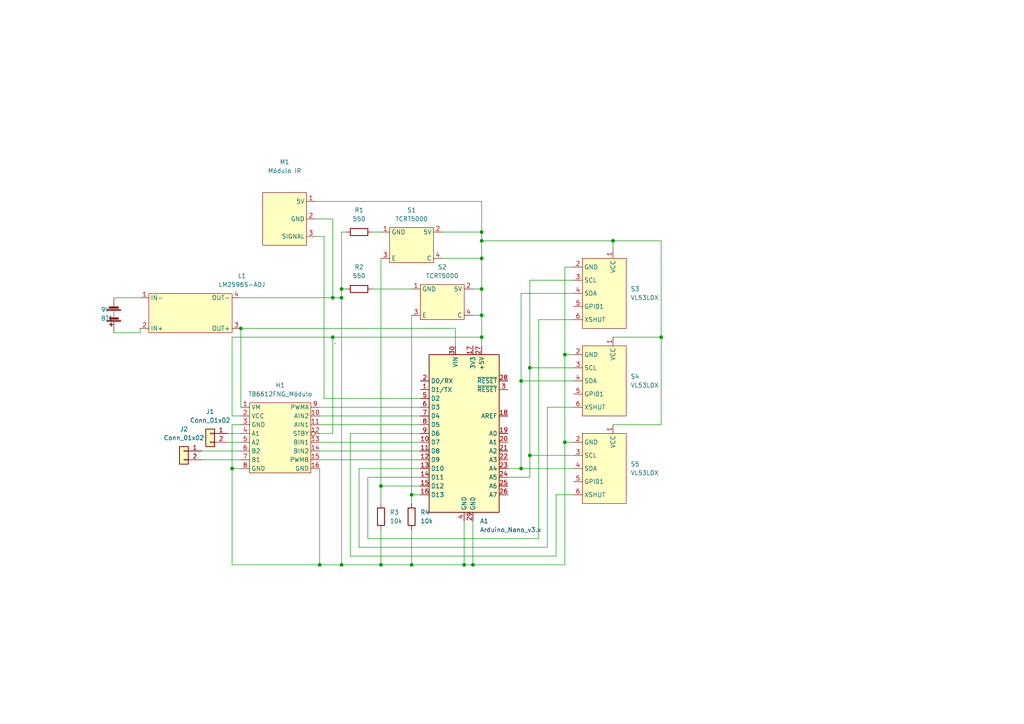
<source format=kicad_sch>
(kicad_sch (version 20211123) (generator eeschema)
  (paper "A4")
  (title_block (title "sumô 500g") (date "2022-06-07") (rev "4") (company "PET elétrica") (comment 1 "Erik Chagas Rozal") (comment 2 "Giulia Marcela de Sena Faria") (comment 3 "Lucas Borges Maia") (comment 4 "Lucas Maxwel Fernandes Sales Medeiros"))
  (lib_symbols
    (symbol "BIBLIOTECA:LM2596S-ADJ"
      (property "Reference" "L" (at 0 -8.89 0))
      (property "Value" "LM2596S-ADJ" (at 0 7.62 0))
      (symbol "LM2596S-ADJ_0_1"
        (rectangle (start -11.43 5.08) (end 12.7 -6.2484) (fill (type background)))
        (rectangle (start 42.5704 8.2296) (end 42.5704 8.2296))
        (rectangle (start 42.5704 8.2296) (end 42.5704 8.2296))
        (rectangle (start 42.5704 8.2296) (end 42.5704 8.2296))
        (rectangle (start 42.5704 8.2296) (end 42.5704 8.2296))
        (rectangle (start 42.5704 8.2296) (end 42.5704 8.2296))
      )
      (symbol "LM2596S-ADJ_1_1"
        (pin passive line (at -13.97 -5.08 0) (length 2.54) (name "IN-") (number "1"))
        (pin power_in line (at -13.97 3.81 0) (length 2.54) (name "IN+") (number "2"))
        (pin power_out line (at 15.24 3.81 180) (length 2.54) (name "OUT+") (number "3"))
        (pin power_out line (at 15.24 -5.08 180) (length 2.54) (name "OUT-") (number "4"))
      )
    )
    (symbol "BIBLIOTECA:Módulo IR"
      (property "Reference" "M" (at 7.62 -7.62 0))
      (property "Value" "Módulo IR" (at 0 7.62 0))
      (symbol "Módulo IR_0_1"
        (rectangle (start -7.62 6.35) (end -7.62 6.35))
        (rectangle (start -7.62 6.35) (end 7.62 -6.35) (fill (type background)))
        (rectangle (start 11.43 -6.35) (end 11.43 -6.35))
      )
      (symbol "Módulo IR_1_1"
        (pin power_in line (at 5.08 -8.89 90) (length 2.54) (name "5V") (number "1"))
        (pin power_in line (at 0 -8.89 90) (length 2.54) (name "GND") (number "2"))
        (pin output line (at -5.08 -8.89 90) (length 2.54) (name "SIGNAL") (number "3"))
      )
    )
    (symbol "Connector_Generic:Conn_01x02" (pin_names (offset 1.016) hide)
      (property "Reference" "J" (at 0 2.54 0))
      (property "Value" "Conn_01x02" (at 0 -5.08 0))
      (symbol "Conn_01x02_1_1"
        (rectangle (start -1.27 -2.413) (end 0 -2.667) (stroke (width 0.1524)))
        (rectangle (start -1.27 0.127) (end 0 -0.127) (stroke (width 0.1524)))
        (rectangle (start -1.27 1.27) (end 1.27 -3.81) (stroke (width 0.254)) (fill (type background)))
        (pin passive line (at -5.08 0 0) (length 3.81) (name "Pin_1") (number "1"))
        (pin passive line (at -5.08 -2.54 0) (length 3.81) (name "Pin_2") (number "2"))
      )
    )
    (symbol "Device:Battery" (pin_numbers hide) (pin_names (offset 0) hide)
      (property "Reference" "BT1" (at 3.81 0.8891 0))
      (property "Value" "9V" (at 3.81 -1.6509 0))
      (symbol "Battery_0_1"
        (rectangle (start -2.032 -1.397) (end 2.032 -1.651) (fill (type outline)))
        (rectangle (start -2.032 1.778) (end 2.032 1.524) (fill (type outline)))
        (rectangle (start -1.3208 -1.9812) (end 1.27 -2.4892) (fill (type outline)))
        (rectangle (start -1.3208 1.1938) (end 1.27 0.6858) (fill (type outline)))
        (polyline (pts (xy 0 -1.524) (xy 0 -1.27)))
        (polyline (pts (xy 0 -1.016) (xy 0 -0.762)))
        (polyline (pts (xy 0 -0.508) (xy 0 -0.254)))
        (polyline (pts (xy 0 0) (xy 0 0.254)))
        (polyline (pts (xy 0 0.508) (xy 0 0.762)))
        (polyline (pts (xy 0 1.778) (xy 0 2.54)))
        (polyline (pts (xy 0.254 2.667) (xy 1.27 2.667)) (stroke (width 0.254)))
        (polyline (pts (xy 0.762 3.175) (xy 0.762 2.159)) (stroke (width 0.254)))
      )
      (symbol "Battery_1_1"
        (pin power_out line (at 0 5.08 270) (length 2.54) (name "+") (number "1"))
        (pin power_out line (at 0 -5.08 90) (length 2.54) (name "-") (number "2"))
      )
    )
    (symbol "Device:R" (pin_numbers hide) (pin_names (offset 0))
      (property "Reference" "R" (at 2.032 0 90))
      (property "Value" "R" (at 0 0 90))
      (symbol "R_0_1"
        (rectangle (start -1.016 -2.54) (end 1.016 2.54) (stroke (width 0.254)))
      )
      (symbol "R_1_1"
        (pin passive line (at 0 3.81 270) (length 1.27) (name "~") (number "1"))
        (pin passive line (at 0 -3.81 90) (length 1.27) (name "~") (number "2"))
      )
    )
    (symbol "MCU_Module:Arduino_Nano_v3.x"
      (property "Reference" "A" (at -10.16 23.495 0))
      (property "Value" "Arduino_Nano_v3.x" (at 5.08 -24.13 0))
      (symbol "Arduino_Nano_v3.x_0_1"
        (rectangle (start -10.16 22.86) (end 10.16 -22.86) (stroke (width 0.254)) (fill (type background)))
      )
      (symbol "Arduino_Nano_v3.x_1_1"
        (pin bidirectional line (at -12.7 12.7 0) (length 2.54) (name "D1/TX") (number "1"))
        (pin bidirectional line (at -12.7 -2.54 0) (length 2.54) (name "D7") (number "10"))
        (pin bidirectional line (at -12.7 -5.08 0) (length 2.54) (name "D8") (number "11"))
        (pin bidirectional line (at -12.7 -7.62 0) (length 2.54) (name "D9") (number "12"))
        (pin bidirectional line (at -12.7 -10.16 0) (length 2.54) (name "D10") (number "13"))
        (pin bidirectional line (at -12.7 -12.7 0) (length 2.54) (name "D11") (number "14"))
        (pin bidirectional line (at -12.7 -15.24 0) (length 2.54) (name "D12") (number "15"))
        (pin bidirectional line (at -12.7 -17.78 0) (length 2.54) (name "D13") (number "16"))
        (pin power_out line (at 2.54 25.4 270) (length 2.54) (name "3V3") (number "17"))
        (pin input line (at 12.7 5.08 180) (length 2.54) (name "AREF") (number "18"))
        (pin bidirectional line (at 12.7 0 180) (length 2.54) (name "A0") (number "19"))
        (pin bidirectional line (at -12.7 15.24 0) (length 2.54) (name "D0/RX") (number "2"))
        (pin bidirectional line (at 12.7 -2.54 180) (length 2.54) (name "A1") (number "20"))
        (pin bidirectional line (at 12.7 -5.08 180) (length 2.54) (name "A2") (number "21"))
        (pin bidirectional line (at 12.7 -7.62 180) (length 2.54) (name "A3") (number "22"))
        (pin bidirectional line (at 12.7 -10.16 180) (length 2.54) (name "A4") (number "23"))
        (pin bidirectional line (at 12.7 -12.7 180) (length 2.54) (name "A5") (number "24"))
        (pin bidirectional line (at 12.7 -15.24 180) (length 2.54) (name "A6") (number "25"))
        (pin bidirectional line (at 12.7 -17.78 180) (length 2.54) (name "A7") (number "26"))
        (pin power_out line (at 5.08 25.4 270) (length 2.54) (name "+5V") (number "27"))
        (pin input line (at 12.7 15.24 180) (length 2.54) (name "~{RESET}") (number "28"))
        (pin power_in line (at 2.54 -25.4 90) (length 2.54) (name "GND") (number "29"))
        (pin input line (at 12.7 12.7 180) (length 2.54) (name "~{RESET}") (number "3"))
        (pin power_in line (at -2.54 25.4 270) (length 2.54) (name "VIN") (number "30"))
        (pin power_in line (at 0 -25.4 90) (length 2.54) (name "GND") (number "4"))
        (pin bidirectional line (at -12.7 10.16 0) (length 2.54) (name "D2") (number "5"))
        (pin bidirectional line (at -12.7 7.62 0) (length 2.54) (name "D3") (number "6"))
        (pin bidirectional line (at -12.7 5.08 0) (length 2.54) (name "D4") (number "7"))
        (pin bidirectional line (at -12.7 2.54 0) (length 2.54) (name "D5") (number "8"))
        (pin bidirectional line (at -12.7 0 0) (length 2.54) (name "D6") (number "9"))
      )
    )
    (symbol "PET_Sumo_0:TB6612FNG_Módulo"
      (property "Reference" "H" (at 0 -13.97 0))
      (property "Value" "TB6612FNG_Módulo" (at 0 8.89 0))
      (symbol "TB6612FNG_Módulo_0_1"
        (rectangle (start -8.89 7.62) (end 8.89 -12.7) (fill (type background)))
      )
      (symbol "TB6612FNG_Módulo_1_1"
        (pin power_in line (at 11.43 6.35 180) (length 2.54) (name "VM") (number "1"))
        (pin input line (at -11.43 3.81 0) (length 2.54) (name "AIN2") (number "10"))
        (pin input line (at -11.43 1.27 0) (length 2.54) (name "AIN1") (number "11"))
        (pin input inverted (at -11.43 -1.27 0) (length 2.54) (name "STBY") (number "12"))
        (pin input line (at -11.43 -3.81 0) (length 2.54) (name "BIN1") (number "13"))
        (pin input line (at -11.43 -6.35 0) (length 2.54) (name "BIN2") (number "14"))
        (pin input line (at -11.43 -8.89 0) (length 2.54) (name "PWMB") (number "15"))
        (pin passive line (at -11.43 -11.43 0) (length 2.54) (name "GND") (number "16"))
        (pin power_in line (at 11.43 3.81 180) (length 2.54) (name "VCC") (number "2"))
        (pin passive line (at 11.43 1.27 180) (length 2.54) (name "GND") (number "3"))
        (pin power_out line (at 11.43 -1.27 180) (length 2.54) (name "A1") (number "4"))
        (pin power_out line (at 11.43 -3.81 180) (length 2.54) (name "A2") (number "5"))
        (pin power_out line (at 11.43 -6.35 180) (length 2.54) (name "B2") (number "6"))
        (pin power_out line (at 11.43 -8.89 180) (length 2.54) (name "B1") (number "7"))
        (pin passive line (at 11.43 -11.43 180) (length 2.54) (name "GND") (number "8"))
        (pin input line (at -11.43 6.35 0) (length 2.54) (name "PWMA") (number "9"))
      )
    )
    (symbol "PET_Sumo_0:TCRT5000"
      (property "Reference" "S" (at 0 -7.62 0))
      (property "Value" "TCRT5000" (at 0 5.08 0))
      (symbol "TCRT5000_0_1"
        (rectangle (start 6.35 3.81) (end -6.35 -6.35) (fill (type background)))
      )
      (symbol "TCRT5000_1_1"
        (pin passive line (at 8.89 -5.08 180) (length 2.54) (name "GND") (number "1"))
        (pin power_in line (at -8.89 -5.08 0) (length 2.54) (name "5V") (number "2"))
        (pin output line (at 8.89 2.54 180) (length 2.54) (name "E") (number "3"))
        (pin input line (at -8.89 2.54 0) (length 2.54) (name "C") (number "4"))
      )
    )
    (symbol "PET_Sumo_0:VL53L0X"
      (property "Reference" "S" (at 0 -10.16 0))
      (property "Value" "VL53L0X" (at 0 -7.62 0))
      (symbol "VL53L0X_0_1"
        (rectangle (start -6.35 13.97) (end 6.35 -6.35) (fill (type background)))
      )
      (symbol "VL53L0X_1_1"
        (pin power_in line (at 2.54 16.51 270) (length 2.54) (name "VCC") (number "1"))
        (pin passive line (at -8.89 11.43 0) (length 2.54) (name "GND") (number "2"))
        (pin input line (at -8.89 7.62 0) (length 2.54) (name "SCL") (number "3"))
        (pin bidirectional line (at -8.89 3.81 0) (length 2.54) (name "SDA") (number "4"))
        (pin passive line (at -8.89 0 0) (length 2.54) (name "GPI01") (number "5"))
        (pin input line (at -8.89 -3.81 0) (length 2.54) (name "XSHUT") (number "6"))
      )
    )
    (symbol "TCRT5000_1"
      (property "Reference" "S" (at 0 -7.62 0))
      (property "Value" "TCRT5000_1" (at 0 5.08 0))
      (symbol "TCRT5000_1_0_1"
        (rectangle (start 6.35 3.81) (end -6.35 -6.35) (fill (type background)))
      )
      (symbol "TCRT5000_1_1_1"
        (pin passive line (at 8.89 -5.08 180) (length 2.54) (name "GND") (number "1"))
        (pin power_in line (at -8.89 -5.08 0) (length 2.54) (name "5V") (number "2"))
        (pin output line (at 8.89 2.54 180) (length 2.54) (name "E") (number "3"))
        (pin input line (at -8.89 2.54 0) (length 2.54) (name "C") (number "4"))
      )
    )
  )
  (junction (at 96.52 97.79))
  (junction (at 119.38 143.51))
  (junction (at 67.31 135.89))
  (junction (at 134.62 163.83))
  (junction (at 96.52 86.36))
  (junction (at 119.38 163.83))
  (junction (at 163.83 128.27))
  (junction (at 177.8 69.85))
  (junction (at 139.7 69.85))
  (junction (at 99.06 86.36))
  (junction (at 153.67 132.08))
  (junction (at 92.71 163.83))
  (junction (at 110.49 163.83))
  (junction (at 110.49 140.97))
  (junction (at 69.85 95.25))
  (junction (at 139.7 91.44))
  (junction (at 99.06 83.82))
  (junction (at 151.13 135.89))
  (junction (at 139.7 67.31))
  (junction (at 139.7 74.93))
  (junction (at 163.83 102.87))
  (junction (at 153.67 106.68))
  (junction (at 139.7 97.79))
  (junction (at 191.77 97.79))
  (junction (at 99.06 163.83))
  (junction (at 137.16 163.83))
  (junction (at 139.7 83.82))
  (junction (at 151.13 110.49))
  (wire (pts (xy 139.7 58.42) (xy 139.7 67.31)))
  (wire (pts (xy 106.68 156.21) (xy 106.68 138.43)))
  (wire (pts (xy 158.75 118.11) (xy 158.75 158.75)))
  (wire (pts (xy 177.8 97.79) (xy 191.77 97.79)))
  (wire (pts (xy 67.31 163.83) (xy 92.71 163.83)))
  (wire (pts (xy 163.83 77.47) (xy 163.83 102.87)))
  (wire (pts (xy 147.32 138.43) (xy 153.67 138.43)))
  (wire (pts (xy 139.7 67.31) (xy 139.7 69.85)))
  (wire (pts (xy 119.38 163.83) (xy 110.49 163.83)))
  (wire (pts (xy 134.62 151.13) (xy 134.62 163.83)))
  (wire (pts (xy 163.83 102.87) (xy 163.83 128.27)))
  (wire (pts (xy 67.31 123.19) (xy 67.31 135.89)))
  (wire (pts (xy 139.7 91.44) (xy 139.7 97.79)))
  (wire (pts (xy 101.6 125.73) (xy 101.6 161.29)))
  (wire (pts (xy 58.42 130.81) (xy 69.85 130.81)))
  (wire (pts (xy 134.62 163.83) (xy 119.38 163.83)))
  (wire (pts (xy 33.02 96.52) (xy 40.64 96.52)))
  (wire (pts (xy 58.42 133.35) (xy 69.85 133.35)))
  (wire (pts (xy 40.64 95.25) (xy 40.64 96.52)))
  (wire (pts (xy 107.95 83.82) (xy 119.38 83.82)))
  (wire (pts (xy 99.06 86.36) (xy 99.06 163.83)))
  (wire (pts (xy 128.27 67.31) (xy 139.7 67.31)))
  (wire (pts (xy 99.06 67.31) (xy 99.06 83.82)))
  (wire (pts (xy 163.83 128.27) (xy 163.83 163.83)))
  (wire (pts (xy 139.7 69.85) (xy 139.7 74.93)))
  (wire (pts (xy 69.85 95.25) (xy 69.85 118.11)))
  (wire (pts (xy 96.52 63.5) (xy 96.52 86.36)))
  (wire (pts (xy 158.75 158.75) (xy 104.14 158.75)))
  (wire (pts (xy 119.38 143.51) (xy 119.38 146.05)))
  (wire (pts (xy 151.13 110.49) (xy 151.13 135.89)))
  (wire (pts (xy 158.75 118.11) (xy 166.37 118.11)))
  (wire (pts (xy 66.04 125.73) (xy 69.85 125.73)))
  (wire (pts (xy 166.37 143.51) (xy 161.29 143.51)))
  (wire (pts (xy 96.52 97.79) (xy 139.7 97.79)))
  (wire (pts (xy 139.7 97.79) (xy 139.7 100.33)))
  (wire (pts (xy 104.14 135.89) (xy 121.92 135.89)))
  (wire (pts (xy 96.52 86.36) (xy 99.06 86.36)))
  (wire (pts (xy 128.27 74.93) (xy 139.7 74.93)))
  (wire (pts (xy 99.06 83.82) (xy 99.06 86.36)))
  (wire (pts (xy 153.67 106.68) (xy 153.67 132.08)))
  (wire (pts (xy 100.33 67.31) (xy 99.06 67.31)))
  (wire (pts (xy 119.38 153.67) (xy 119.38 163.83)))
  (wire (pts (xy 93.98 68.58) (xy 93.98 115.57)))
  (wire (pts (xy 69.85 95.25) (xy 132.08 95.25)))
  (wire (pts (xy 161.29 143.51) (xy 161.29 161.29)))
  (wire (pts (xy 177.8 123.19) (xy 191.77 123.19)))
  (wire (pts (xy 153.67 132.08) (xy 153.67 138.43)))
  (wire (pts (xy 92.71 133.35) (xy 121.92 133.35)))
  (wire (pts (xy 139.7 74.93) (xy 139.7 83.82)))
  (wire (pts (xy 121.92 143.51) (xy 119.38 143.51)))
  (wire (pts (xy 161.29 161.29) (xy 101.6 161.29)))
  (wire (pts (xy 153.67 106.68) (xy 166.37 106.68)))
  (wire (pts (xy 104.14 158.75) (xy 104.14 135.89)))
  (wire (pts (xy 151.13 85.09) (xy 151.13 110.49)))
  (wire (pts (xy 137.16 83.82) (xy 139.7 83.82)))
  (wire (pts (xy 92.71 118.11) (xy 121.92 118.11)))
  (wire (pts (xy 92.71 120.65) (xy 121.92 120.65)))
  (wire (pts (xy 92.71 125.73) (xy 96.52 125.73)))
  (wire (pts (xy 137.16 163.83) (xy 137.16 151.13)))
  (wire (pts (xy 153.67 132.08) (xy 166.37 132.08)))
  (wire (pts (xy 93.98 115.57) (xy 121.92 115.57)))
  (wire (pts (xy 67.31 120.65) (xy 67.31 97.79)))
  (wire (pts (xy 139.7 83.82) (xy 139.7 91.44)))
  (wire (pts (xy 33.02 86.36) (xy 40.64 86.36)))
  (wire (pts (xy 137.16 91.44) (xy 139.7 91.44)))
  (wire (pts (xy 92.71 128.27) (xy 121.92 128.27)))
  (wire (pts (xy 153.67 81.28) (xy 166.37 81.28)))
  (wire (pts (xy 110.49 163.83) (xy 99.06 163.83)))
  (wire (pts (xy 163.83 102.87) (xy 166.37 102.87)))
  (wire (pts (xy 156.21 92.71) (xy 156.21 156.21)))
  (wire (pts (xy 101.6 125.73) (xy 121.92 125.73)))
  (wire (pts (xy 153.67 81.28) (xy 153.67 106.68)))
  (wire (pts (xy 110.49 153.67) (xy 110.49 163.83)))
  (wire (pts (xy 151.13 85.09) (xy 166.37 85.09)))
  (wire (pts (xy 91.44 63.5) (xy 96.52 63.5)))
  (wire (pts (xy 92.71 163.83) (xy 99.06 163.83)))
  (wire (pts (xy 69.85 135.89) (xy 67.31 135.89)))
  (wire (pts (xy 107.95 67.31) (xy 110.49 67.31)))
  (wire (pts (xy 96.52 125.73) (xy 96.52 97.79)))
  (wire (pts (xy 132.08 100.33) (xy 132.08 95.25)))
  (wire (pts (xy 191.77 69.85) (xy 191.77 97.79)))
  (wire (pts (xy 66.04 128.27) (xy 69.85 128.27)))
  (wire (pts (xy 67.31 135.89) (xy 67.31 163.83)))
  (wire (pts (xy 69.85 86.36) (xy 96.52 86.36)))
  (wire (pts (xy 67.31 97.79) (xy 96.52 97.79)))
  (wire (pts (xy 110.49 140.97) (xy 110.49 146.05)))
  (wire (pts (xy 92.71 135.89) (xy 92.71 163.83)))
  (wire (pts (xy 92.71 123.19) (xy 121.92 123.19)))
  (wire (pts (xy 163.83 163.83) (xy 137.16 163.83)))
  (wire (pts (xy 139.7 69.85) (xy 177.8 69.85)))
  (wire (pts (xy 110.49 74.93) (xy 110.49 140.97)))
  (wire (pts (xy 151.13 110.49) (xy 166.37 110.49)))
  (wire (pts (xy 92.71 130.81) (xy 121.92 130.81)))
  (wire (pts (xy 177.8 69.85) (xy 191.77 69.85)))
  (wire (pts (xy 139.7 58.42) (xy 91.44 58.42)))
  (wire (pts (xy 119.38 91.44) (xy 119.38 143.51)))
  (wire (pts (xy 151.13 135.89) (xy 166.37 135.89)))
  (wire (pts (xy 69.85 120.65) (xy 67.31 120.65)))
  (wire (pts (xy 99.06 83.82) (xy 100.33 83.82)))
  (wire (pts (xy 106.68 138.43) (xy 121.92 138.43)))
  (wire (pts (xy 147.32 135.89) (xy 151.13 135.89)))
  (wire (pts (xy 93.98 68.58) (xy 91.44 68.58)))
  (wire (pts (xy 69.85 123.19) (xy 67.31 123.19)))
  (wire (pts (xy 134.62 163.83) (xy 137.16 163.83)))
  (wire (pts (xy 163.83 128.27) (xy 166.37 128.27)))
  (wire (pts (xy 163.83 77.47) (xy 166.37 77.47)))
  (wire (pts (xy 177.8 69.85) (xy 177.8 72.39)))
  (wire (pts (xy 156.21 92.71) (xy 166.37 92.71)))
  (wire (pts (xy 191.77 97.79) (xy 191.77 123.19)))
  (wire (pts (xy 121.92 140.97) (xy 110.49 140.97)))
  (wire (pts (xy 156.21 156.21) (xy 106.68 156.21)))
  (symbol (lib_id "Device:R") (at 104.14 67.31 90) (unit 1)
    (property "Reference" "R1" (at 104.14 60.96 90))
    (property "Value" "550" (at 104.14 63.5 90))
    (property "Footprint" "Resistor_THT:R_Axial_DIN0207_L6.3mm_D2.5mm_P15.24mm_Horizontal" (effects hide))
  )
  (symbol (lib_id "Device:R") (at 110.49 149.86 0) (unit 1)
    (property "Reference" "R3" (at 113.03 148.5899 0) (effects (justify left)))
    (property "Value" "10k" (at 113.03 151.1299 0) (effects (justify left)))
    (property "Footprint" "Resistor_THT:R_Axial_DIN0207_L6.3mm_D2.5mm_P15.24mm_Horizontal" (effects hide))
  )
  (symbol (lib_id "Device:Battery") (at 33.02 91.44 180) (unit 1)
    (property "Reference" "BT1" (at 29.21 92.3291 0) (effects (justify right)))
    (property "Value" "9V" (at 29.21 89.7891 0) (effects (justify right)))
    (property "Footprint" "Connector_PinHeader_2.54mm:PinHeader_1x02_P2.54mm_Vertical" (effects hide))
  )
  (symbol (lib_id "Connector_Generic:Conn_01x02") (at 60.96 125.73 0) (mirror y) (unit 1)
    (property "Reference" "J1" (at 60.96 119.38 0))
    (property "Value" "Conn_01x02" (at 60.96 121.92 0))
    (property "Footprint" "Connector_PinHeader_2.54mm:PinHeader_1x02_P2.54mm_Vertical" (effects hide))
  )
  (symbol (lib_id "Device:R") (at 104.14 83.82 90) (unit 1)
    (property "Reference" "R2" (at 104.14 77.47 90))
    (property "Value" "550" (at 104.14 80.01 90))
    (property "Footprint" "Resistor_THT:R_Axial_DIN0207_L6.3mm_D2.5mm_P15.24mm_Horizontal" (effects hide))
  )
  (symbol (lib_id "BIBLIOTECA:Módulo IR") (at 82.55 63.5 90) (unit 1)
    (property "Reference" "M1" (at 82.55 46.99 90))
    (property "Value" "Módulo IR" (at 82.55 49.53 90))
    (property "Footprint" "Connector_PinHeader_2.54mm:PinHeader_1x03_P2.54mm_Vertical" (effects hide))
  )
  (symbol (lib_id "PET_Sumo_0:VL53L0X") (at 175.26 114.3 0) (unit 1)
    (property "Reference" "S4" (at 182.88 109.2199 0) (effects (justify left)))
    (property "Value" "VL53L0X" (at 182.88 111.7599 0) (effects (justify left)))
    (property "Footprint" "Connector_PinHeader_2.54mm:PinHeader_1x06_P2.54mm_Vertical" (effects hide))
  )
  (symbol (lib_id "PET_Sumo_0:VL53L0X") (at 175.26 88.9 0) (unit 1)
    (property "Reference" "S3" (at 182.88 83.8199 0) (effects (justify left)))
    (property "Value" "VL53L0X" (at 182.88 86.3599 0) (effects (justify left)))
    (property "Footprint" "Connector_PinHeader_2.54mm:PinHeader_1x06_P2.54mm_Vertical" (effects hide))
  )
  (symbol (lib_name "TCRT5000_1") (lib_id "PET_Sumo_0:TCRT5000") (at 119.38 72.39 180) (unit 1)
    (property "Reference" "S1" (at 119.38 60.96 0))
    (property "Value" "TCRT5000" (at 119.38 63.5 0))
    (property "Footprint" "SumoPET:TCRT5000" (effects hide))
  )
  (symbol (lib_id "MCU_Module:Arduino_Nano_v3.x") (at 134.62 125.73 0) (unit 1)
    (property "Reference" "A1" (at 139.1794 151.13 0) (effects (justify left)))
    (property "Value" "Arduino_Nano_v3.x" (at 139.1794 153.67 0) (effects (justify left)))
    (property "Footprint" "Module:Arduino_Nano" (effects hide))
    (property "Datasheet" "http://www.mouser.com/pdfdocs/Gravitech_Arduino_Nano3_0.pdf" (effects hide))
  )
  (symbol (lib_id "PET_Sumo_0:TCRT5000") (at 128.27 88.9 180) (unit 1)
    (property "Reference" "S2" (at 128.27 77.47 0))
    (property "Value" "TCRT5000" (at 128.27 80.01 0))
    (property "Footprint" "SumoPET:TCRT5000" (effects hide))
  )
  (symbol (lib_id "BIBLIOTECA:LM2596S-ADJ") (at 54.61 91.44 0) (mirror x) (unit 1)
    (property "Reference" "L1" (at 70.1802 80.01 0))
    (property "Value" "LM2596S-ADJ" (at 70.1802 82.55 0))
    (property "Footprint" "SumoPET:LM2596" (effects hide))
  )
  (symbol (lib_id "PET_Sumo_0:TB6612FNG_Módulo") (at 81.28 124.46 0) (mirror y) (unit 1)
    (property "Reference" "H1" (at 81.28 111.76 0))
    (property "Value" "TB6612FNG_Módulo" (at 81.28 114.3 0))
    (property "Footprint" "SumoPET:TB6612FNG" (effects hide))
  )
  (symbol (lib_id "Connector_Generic:Conn_01x02") (at 53.34 130.81 0) (mirror y) (unit 1)
    (property "Reference" "J2" (at 53.34 124.46 0))
    (property "Value" "Conn_01x02" (at 53.34 127 0))
    (property "Footprint" "Connector_PinHeader_2.54mm:PinHeader_1x02_P2.54mm_Vertical" (effects hide))
  )
  (symbol (lib_id "PET_Sumo_0:VL53L0X") (at 175.26 139.7 0) (unit 1)
    (property "Reference" "S5" (at 182.88 134.6199 0) (effects (justify left)))
    (property "Value" "VL53L0X" (at 182.88 137.1599 0) (effects (justify left)))
    (property "Footprint" "Connector_PinHeader_2.54mm:PinHeader_1x06_P2.54mm_Vertical" (effects hide))
  )
  (symbol (lib_id "Device:R") (at 119.38 149.86 0) (unit 1)
    (property "Reference" "R4" (at 121.92 148.5899 0) (effects (justify left)))
    (property "Value" "10k" (at 121.92 151.1299 0) (effects (justify left)))
    (property "Footprint" "Resistor_THT:R_Axial_DIN0207_L6.3mm_D2.5mm_P15.24mm_Horizontal" (effects hide))
  )
)
</source>
